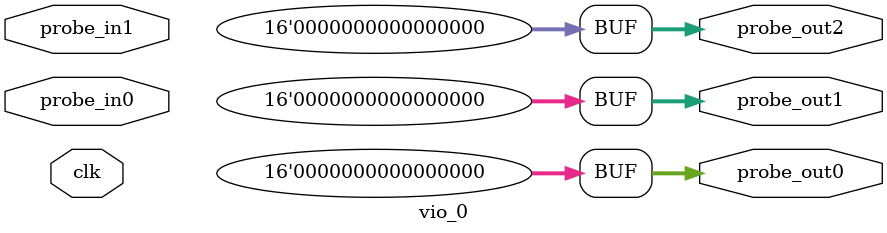
<source format=v>
`timescale 1ns / 1ps
module vio_0 (
clk,
probe_in0,probe_in1,
probe_out0,
probe_out1,
probe_out2
);

input clk;
input [31 : 0] probe_in0;
input [31 : 0] probe_in1;

output reg [15 : 0] probe_out0 = 'h0000 ;
output reg [15 : 0] probe_out1 = 'h0000 ;
output reg [15 : 0] probe_out2 = 'h0000 ;


endmodule

</source>
